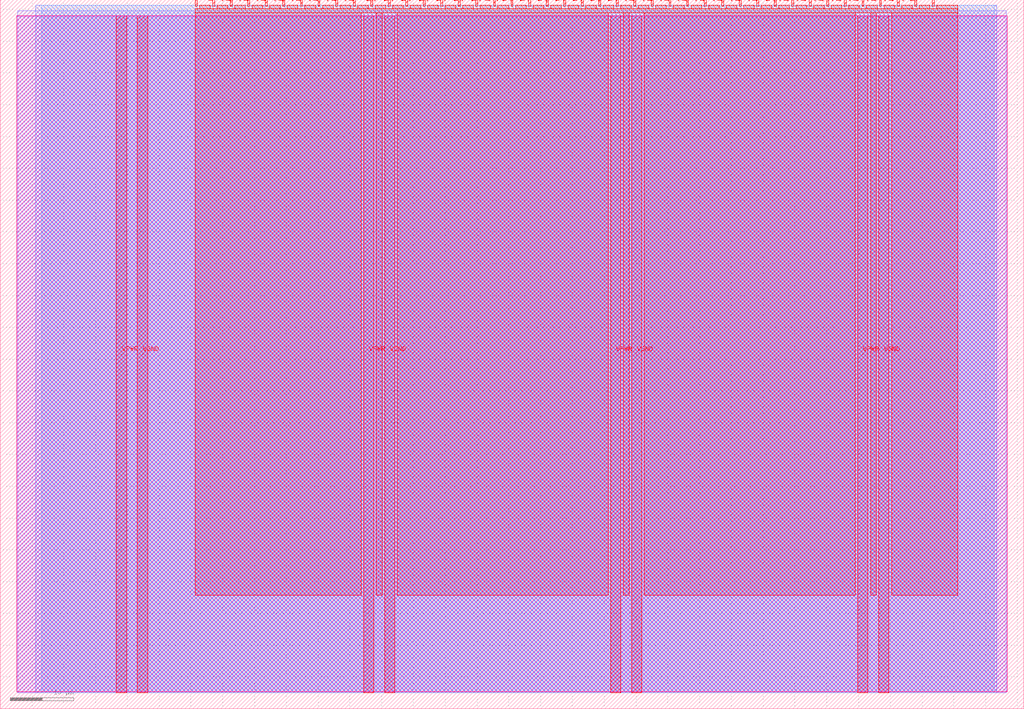
<source format=lef>
VERSION 5.7 ;
  NOWIREEXTENSIONATPIN ON ;
  DIVIDERCHAR "/" ;
  BUSBITCHARS "[]" ;
MACRO tt_um_BryanKuang_mac_peripheral
  CLASS BLOCK ;
  FOREIGN tt_um_BryanKuang_mac_peripheral ;
  ORIGIN 0.000 0.000 ;
  SIZE 161.000 BY 111.520 ;
  PIN VGND
    DIRECTION INOUT ;
    USE GROUND ;
    PORT
      LAYER met4 ;
        RECT 21.580 2.480 23.180 109.040 ;
    END
    PORT
      LAYER met4 ;
        RECT 60.450 2.480 62.050 109.040 ;
    END
    PORT
      LAYER met4 ;
        RECT 99.320 2.480 100.920 109.040 ;
    END
    PORT
      LAYER met4 ;
        RECT 138.190 2.480 139.790 109.040 ;
    END
  END VGND
  PIN VPWR
    DIRECTION INOUT ;
    USE POWER ;
    PORT
      LAYER met4 ;
        RECT 18.280 2.480 19.880 109.040 ;
    END
    PORT
      LAYER met4 ;
        RECT 57.150 2.480 58.750 109.040 ;
    END
    PORT
      LAYER met4 ;
        RECT 96.020 2.480 97.620 109.040 ;
    END
    PORT
      LAYER met4 ;
        RECT 134.890 2.480 136.490 109.040 ;
    END
  END VPWR
  PIN clk
    DIRECTION INPUT ;
    USE SIGNAL ;
    ANTENNAGATEAREA 0.852000 ;
    PORT
      LAYER met4 ;
        RECT 143.830 110.520 144.130 111.520 ;
    END
  END clk
  PIN ena
    DIRECTION INPUT ;
    USE SIGNAL ;
    PORT
      LAYER met4 ;
        RECT 146.590 110.520 146.890 111.520 ;
    END
  END ena
  PIN rst_n
    DIRECTION INPUT ;
    USE SIGNAL ;
    ANTENNAGATEAREA 0.126000 ;
    PORT
      LAYER met4 ;
        RECT 141.070 110.520 141.370 111.520 ;
    END
  END rst_n
  PIN ui_in[0]
    DIRECTION INPUT ;
    USE SIGNAL ;
    ANTENNAGATEAREA 0.196500 ;
    PORT
      LAYER met4 ;
        RECT 138.310 110.520 138.610 111.520 ;
    END
  END ui_in[0]
  PIN ui_in[1]
    DIRECTION INPUT ;
    USE SIGNAL ;
    ANTENNAGATEAREA 0.196500 ;
    PORT
      LAYER met4 ;
        RECT 135.550 110.520 135.850 111.520 ;
    END
  END ui_in[1]
  PIN ui_in[2]
    DIRECTION INPUT ;
    USE SIGNAL ;
    ANTENNAGATEAREA 0.196500 ;
    PORT
      LAYER met4 ;
        RECT 132.790 110.520 133.090 111.520 ;
    END
  END ui_in[2]
  PIN ui_in[3]
    DIRECTION INPUT ;
    USE SIGNAL ;
    ANTENNAGATEAREA 0.196500 ;
    PORT
      LAYER met4 ;
        RECT 130.030 110.520 130.330 111.520 ;
    END
  END ui_in[3]
  PIN ui_in[4]
    DIRECTION INPUT ;
    USE SIGNAL ;
    ANTENNAGATEAREA 0.196500 ;
    PORT
      LAYER met4 ;
        RECT 127.270 110.520 127.570 111.520 ;
    END
  END ui_in[4]
  PIN ui_in[5]
    DIRECTION INPUT ;
    USE SIGNAL ;
    ANTENNAGATEAREA 0.196500 ;
    PORT
      LAYER met4 ;
        RECT 124.510 110.520 124.810 111.520 ;
    END
  END ui_in[5]
  PIN ui_in[6]
    DIRECTION INPUT ;
    USE SIGNAL ;
    ANTENNAGATEAREA 0.196500 ;
    PORT
      LAYER met4 ;
        RECT 121.750 110.520 122.050 111.520 ;
    END
  END ui_in[6]
  PIN ui_in[7]
    DIRECTION INPUT ;
    USE SIGNAL ;
    ANTENNAGATEAREA 0.196500 ;
    PORT
      LAYER met4 ;
        RECT 118.990 110.520 119.290 111.520 ;
    END
  END ui_in[7]
  PIN uio_in[0]
    DIRECTION INPUT ;
    USE SIGNAL ;
    ANTENNAGATEAREA 0.196500 ;
    PORT
      LAYER met4 ;
        RECT 116.230 110.520 116.530 111.520 ;
    END
  END uio_in[0]
  PIN uio_in[1]
    DIRECTION INPUT ;
    USE SIGNAL ;
    ANTENNAGATEAREA 0.126000 ;
    PORT
      LAYER met4 ;
        RECT 113.470 110.520 113.770 111.520 ;
    END
  END uio_in[1]
  PIN uio_in[2]
    DIRECTION INPUT ;
    USE SIGNAL ;
    ANTENNAGATEAREA 0.196500 ;
    PORT
      LAYER met4 ;
        RECT 110.710 110.520 111.010 111.520 ;
    END
  END uio_in[2]
  PIN uio_in[3]
    DIRECTION INPUT ;
    USE SIGNAL ;
    PORT
      LAYER met4 ;
        RECT 107.950 110.520 108.250 111.520 ;
    END
  END uio_in[3]
  PIN uio_in[4]
    DIRECTION INPUT ;
    USE SIGNAL ;
    PORT
      LAYER met4 ;
        RECT 105.190 110.520 105.490 111.520 ;
    END
  END uio_in[4]
  PIN uio_in[5]
    DIRECTION INPUT ;
    USE SIGNAL ;
    PORT
      LAYER met4 ;
        RECT 102.430 110.520 102.730 111.520 ;
    END
  END uio_in[5]
  PIN uio_in[6]
    DIRECTION INPUT ;
    USE SIGNAL ;
    PORT
      LAYER met4 ;
        RECT 99.670 110.520 99.970 111.520 ;
    END
  END uio_in[6]
  PIN uio_in[7]
    DIRECTION INPUT ;
    USE SIGNAL ;
    PORT
      LAYER met4 ;
        RECT 96.910 110.520 97.210 111.520 ;
    END
  END uio_in[7]
  PIN uio_oe[0]
    DIRECTION OUTPUT ;
    USE SIGNAL ;
    PORT
      LAYER met4 ;
        RECT 49.990 110.520 50.290 111.520 ;
    END
  END uio_oe[0]
  PIN uio_oe[1]
    DIRECTION OUTPUT ;
    USE SIGNAL ;
    PORT
      LAYER met4 ;
        RECT 47.230 110.520 47.530 111.520 ;
    END
  END uio_oe[1]
  PIN uio_oe[2]
    DIRECTION OUTPUT ;
    USE SIGNAL ;
    PORT
      LAYER met4 ;
        RECT 44.470 110.520 44.770 111.520 ;
    END
  END uio_oe[2]
  PIN uio_oe[3]
    DIRECTION OUTPUT ;
    USE SIGNAL ;
    PORT
      LAYER met4 ;
        RECT 41.710 110.520 42.010 111.520 ;
    END
  END uio_oe[3]
  PIN uio_oe[4]
    DIRECTION OUTPUT ;
    USE SIGNAL ;
    PORT
      LAYER met4 ;
        RECT 38.950 110.520 39.250 111.520 ;
    END
  END uio_oe[4]
  PIN uio_oe[5]
    DIRECTION OUTPUT ;
    USE SIGNAL ;
    PORT
      LAYER met4 ;
        RECT 36.190 110.520 36.490 111.520 ;
    END
  END uio_oe[5]
  PIN uio_oe[6]
    DIRECTION OUTPUT ;
    USE SIGNAL ;
    PORT
      LAYER met4 ;
        RECT 33.430 110.520 33.730 111.520 ;
    END
  END uio_oe[6]
  PIN uio_oe[7]
    DIRECTION OUTPUT ;
    USE SIGNAL ;
    PORT
      LAYER met4 ;
        RECT 30.670 110.520 30.970 111.520 ;
    END
  END uio_oe[7]
  PIN uio_out[0]
    DIRECTION OUTPUT ;
    USE SIGNAL ;
    ANTENNADIFFAREA 0.795200 ;
    PORT
      LAYER met4 ;
        RECT 72.070 110.520 72.370 111.520 ;
    END
  END uio_out[0]
  PIN uio_out[1]
    DIRECTION OUTPUT ;
    USE SIGNAL ;
    ANTENNADIFFAREA 0.795200 ;
    PORT
      LAYER met4 ;
        RECT 69.310 110.520 69.610 111.520 ;
    END
  END uio_out[1]
  PIN uio_out[2]
    DIRECTION OUTPUT ;
    USE SIGNAL ;
    PORT
      LAYER met4 ;
        RECT 66.550 110.520 66.850 111.520 ;
    END
  END uio_out[2]
  PIN uio_out[3]
    DIRECTION OUTPUT ;
    USE SIGNAL ;
    PORT
      LAYER met4 ;
        RECT 63.790 110.520 64.090 111.520 ;
    END
  END uio_out[3]
  PIN uio_out[4]
    DIRECTION OUTPUT ;
    USE SIGNAL ;
    PORT
      LAYER met4 ;
        RECT 61.030 110.520 61.330 111.520 ;
    END
  END uio_out[4]
  PIN uio_out[5]
    DIRECTION OUTPUT ;
    USE SIGNAL ;
    PORT
      LAYER met4 ;
        RECT 58.270 110.520 58.570 111.520 ;
    END
  END uio_out[5]
  PIN uio_out[6]
    DIRECTION OUTPUT ;
    USE SIGNAL ;
    PORT
      LAYER met4 ;
        RECT 55.510 110.520 55.810 111.520 ;
    END
  END uio_out[6]
  PIN uio_out[7]
    DIRECTION OUTPUT ;
    USE SIGNAL ;
    PORT
      LAYER met4 ;
        RECT 52.750 110.520 53.050 111.520 ;
    END
  END uio_out[7]
  PIN uo_out[0]
    DIRECTION OUTPUT ;
    USE SIGNAL ;
    ANTENNADIFFAREA 0.891000 ;
    PORT
      LAYER met4 ;
        RECT 94.150 110.520 94.450 111.520 ;
    END
  END uo_out[0]
  PIN uo_out[1]
    DIRECTION OUTPUT ;
    USE SIGNAL ;
    ANTENNADIFFAREA 0.891000 ;
    PORT
      LAYER met4 ;
        RECT 91.390 110.520 91.690 111.520 ;
    END
  END uo_out[1]
  PIN uo_out[2]
    DIRECTION OUTPUT ;
    USE SIGNAL ;
    ANTENNADIFFAREA 0.891000 ;
    PORT
      LAYER met4 ;
        RECT 88.630 110.520 88.930 111.520 ;
    END
  END uo_out[2]
  PIN uo_out[3]
    DIRECTION OUTPUT ;
    USE SIGNAL ;
    ANTENNADIFFAREA 0.891000 ;
    PORT
      LAYER met4 ;
        RECT 85.870 110.520 86.170 111.520 ;
    END
  END uo_out[3]
  PIN uo_out[4]
    DIRECTION OUTPUT ;
    USE SIGNAL ;
    ANTENNADIFFAREA 0.891000 ;
    PORT
      LAYER met4 ;
        RECT 83.110 110.520 83.410 111.520 ;
    END
  END uo_out[4]
  PIN uo_out[5]
    DIRECTION OUTPUT ;
    USE SIGNAL ;
    ANTENNADIFFAREA 0.891000 ;
    PORT
      LAYER met4 ;
        RECT 80.350 110.520 80.650 111.520 ;
    END
  END uo_out[5]
  PIN uo_out[6]
    DIRECTION OUTPUT ;
    USE SIGNAL ;
    ANTENNADIFFAREA 0.891000 ;
    PORT
      LAYER met4 ;
        RECT 77.590 110.520 77.890 111.520 ;
    END
  END uo_out[6]
  PIN uo_out[7]
    DIRECTION OUTPUT ;
    USE SIGNAL ;
    ANTENNADIFFAREA 0.891000 ;
    PORT
      LAYER met4 ;
        RECT 74.830 110.520 75.130 111.520 ;
    END
  END uo_out[7]
  OBS
      LAYER nwell ;
        RECT 2.570 2.635 158.430 108.990 ;
      LAYER li1 ;
        RECT 2.760 2.635 158.240 108.885 ;
      LAYER met1 ;
        RECT 2.760 2.480 158.240 109.780 ;
      LAYER met2 ;
        RECT 5.620 2.535 156.760 110.685 ;
      LAYER met3 ;
        RECT 6.505 2.555 156.335 110.665 ;
      LAYER met4 ;
        RECT 31.370 110.120 33.030 110.665 ;
        RECT 34.130 110.120 35.790 110.665 ;
        RECT 36.890 110.120 38.550 110.665 ;
        RECT 39.650 110.120 41.310 110.665 ;
        RECT 42.410 110.120 44.070 110.665 ;
        RECT 45.170 110.120 46.830 110.665 ;
        RECT 47.930 110.120 49.590 110.665 ;
        RECT 50.690 110.120 52.350 110.665 ;
        RECT 53.450 110.120 55.110 110.665 ;
        RECT 56.210 110.120 57.870 110.665 ;
        RECT 58.970 110.120 60.630 110.665 ;
        RECT 61.730 110.120 63.390 110.665 ;
        RECT 64.490 110.120 66.150 110.665 ;
        RECT 67.250 110.120 68.910 110.665 ;
        RECT 70.010 110.120 71.670 110.665 ;
        RECT 72.770 110.120 74.430 110.665 ;
        RECT 75.530 110.120 77.190 110.665 ;
        RECT 78.290 110.120 79.950 110.665 ;
        RECT 81.050 110.120 82.710 110.665 ;
        RECT 83.810 110.120 85.470 110.665 ;
        RECT 86.570 110.120 88.230 110.665 ;
        RECT 89.330 110.120 90.990 110.665 ;
        RECT 92.090 110.120 93.750 110.665 ;
        RECT 94.850 110.120 96.510 110.665 ;
        RECT 97.610 110.120 99.270 110.665 ;
        RECT 100.370 110.120 102.030 110.665 ;
        RECT 103.130 110.120 104.790 110.665 ;
        RECT 105.890 110.120 107.550 110.665 ;
        RECT 108.650 110.120 110.310 110.665 ;
        RECT 111.410 110.120 113.070 110.665 ;
        RECT 114.170 110.120 115.830 110.665 ;
        RECT 116.930 110.120 118.590 110.665 ;
        RECT 119.690 110.120 121.350 110.665 ;
        RECT 122.450 110.120 124.110 110.665 ;
        RECT 125.210 110.120 126.870 110.665 ;
        RECT 127.970 110.120 129.630 110.665 ;
        RECT 130.730 110.120 132.390 110.665 ;
        RECT 133.490 110.120 135.150 110.665 ;
        RECT 136.250 110.120 137.910 110.665 ;
        RECT 139.010 110.120 140.670 110.665 ;
        RECT 141.770 110.120 143.430 110.665 ;
        RECT 144.530 110.120 146.190 110.665 ;
        RECT 147.290 110.120 150.585 110.665 ;
        RECT 30.655 109.440 150.585 110.120 ;
        RECT 30.655 17.855 56.750 109.440 ;
        RECT 59.150 17.855 60.050 109.440 ;
        RECT 62.450 17.855 95.620 109.440 ;
        RECT 98.020 17.855 98.920 109.440 ;
        RECT 101.320 17.855 134.490 109.440 ;
        RECT 136.890 17.855 137.790 109.440 ;
        RECT 140.190 17.855 150.585 109.440 ;
  END
END tt_um_BryanKuang_mac_peripheral
END LIBRARY


</source>
